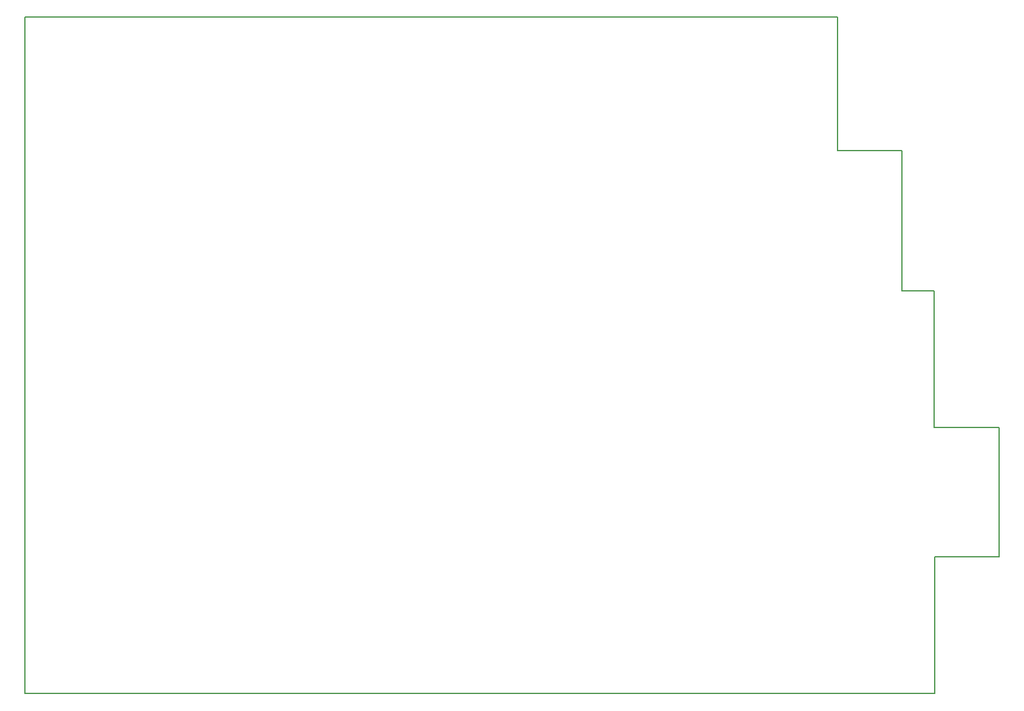
<source format=gbr>
G04 #@! TF.GenerationSoftware,KiCad,Pcbnew,(5.0.2)-1*
G04 #@! TF.CreationDate,2020-04-01T20:36:40+09:00*
G04 #@! TF.ProjectId,eckeyboard,65636b65-7962-46f6-9172-642e6b696361,rev?*
G04 #@! TF.SameCoordinates,Original*
G04 #@! TF.FileFunction,Profile,NP*
%FSLAX46Y46*%
G04 Gerber Fmt 4.6, Leading zero omitted, Abs format (unit mm)*
G04 Created by KiCad (PCBNEW (5.0.2)-1) date 2020/04/01 20:36:40*
%MOMM*%
%LPD*%
G01*
G04 APERTURE LIST*
%ADD10C,0.150000*%
G04 APERTURE END LIST*
D10*
X41000000Y-40950000D02*
X41000000Y-135250000D01*
X167800000Y-135250000D02*
X41000000Y-135250000D01*
X167800000Y-116150000D02*
X167800000Y-135250000D01*
X176800000Y-116150000D02*
X167800000Y-116150000D01*
X176800000Y-98150000D02*
X176800000Y-116150000D01*
X167750000Y-98150000D02*
X176800000Y-98150000D01*
X167750000Y-98100000D02*
X167750000Y-98150000D01*
X167750000Y-79100000D02*
X167750000Y-98100000D01*
X163250000Y-79100000D02*
X167750000Y-79100000D01*
X163250000Y-59500000D02*
X163250000Y-79100000D01*
X154250000Y-59500000D02*
X163250000Y-59500000D01*
X154250000Y-40950000D02*
X154250000Y-59500000D01*
X41000000Y-40950000D02*
X154250000Y-40950000D01*
M02*

</source>
